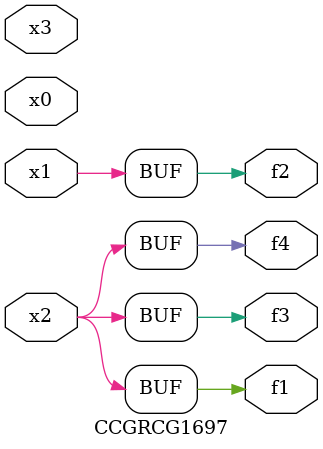
<source format=v>
module CCGRCG1697(
	input x0, x1, x2, x3,
	output f1, f2, f3, f4
);
	assign f1 = x2;
	assign f2 = x1;
	assign f3 = x2;
	assign f4 = x2;
endmodule

</source>
